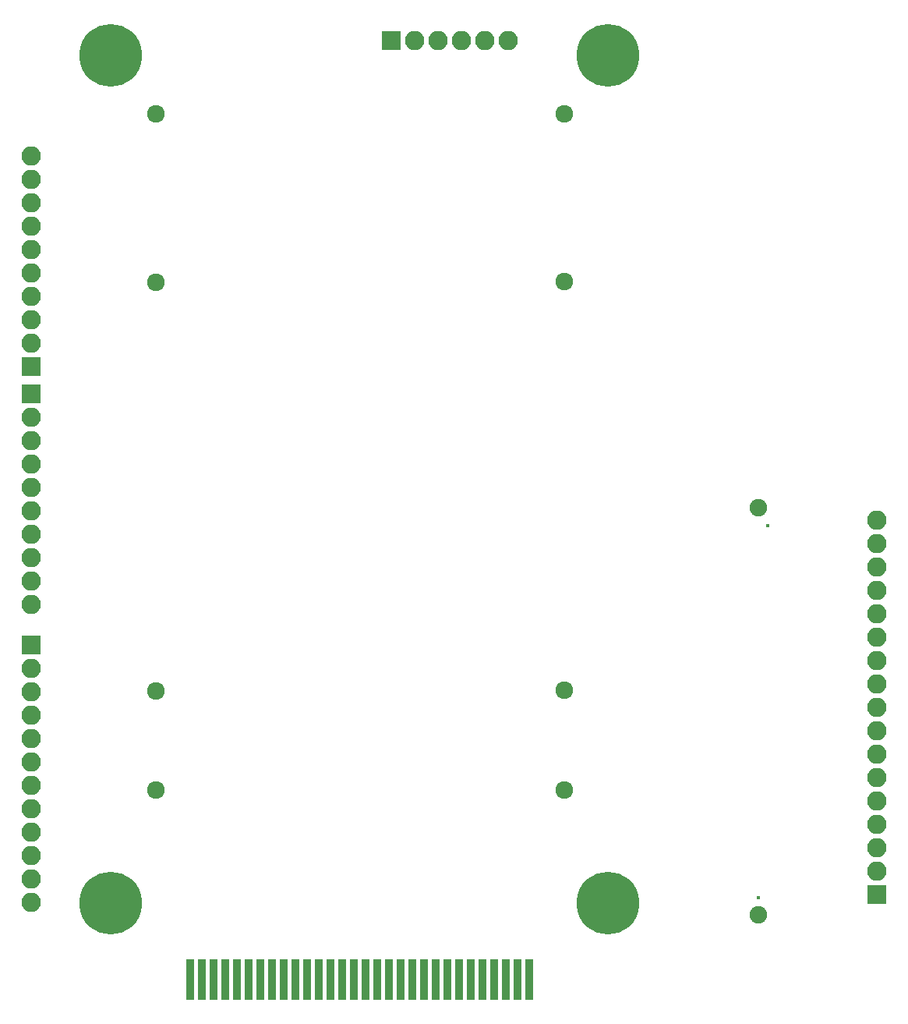
<source format=gbr>
G04 #@! TF.GenerationSoftware,KiCad,Pcbnew,5.0.0*
G04 #@! TF.CreationDate,2018-07-26T20:06:55-05:00*
G04 #@! TF.ProjectId,breakout,627265616B6F75742E6B696361645F70,rev?*
G04 #@! TF.SameCoordinates,Original*
G04 #@! TF.FileFunction,Soldermask,Bot*
G04 #@! TF.FilePolarity,Negative*
%FSLAX46Y46*%
G04 Gerber Fmt 4.6, Leading zero omitted, Abs format (unit mm)*
G04 Created by KiCad (PCBNEW 5.0.0) date Thu Jul 26 20:06:55 2018*
%MOMM*%
%LPD*%
G01*
G04 APERTURE LIST*
%ADD10C,1.924000*%
%ADD11R,0.960000X4.400000*%
%ADD12C,6.800000*%
%ADD13R,2.100000X2.100000*%
%ADD14O,2.100000X2.100000*%
%ADD15C,0.400000*%
%ADD16C,1.900000*%
G04 APERTURE END LIST*
D10*
G04 #@! TO.C,P4*
X142824200Y-136220200D03*
X142824200Y-91871800D03*
G04 #@! TD*
G04 #@! TO.C,P3*
X98475800Y-136296400D03*
X98475800Y-91948000D03*
G04 #@! TD*
G04 #@! TO.C,P2*
X98475800Y-147066000D03*
X142824200Y-147066000D03*
G04 #@! TD*
G04 #@! TO.C,P1*
X142824200Y-73660000D03*
X98475800Y-73660000D03*
G04 #@! TD*
D11*
G04 #@! TO.C,P7*
X102168800Y-167600000D03*
X103438800Y-167600000D03*
X104708800Y-167600000D03*
X105978800Y-167600000D03*
X107248800Y-167600000D03*
X108518800Y-167600000D03*
X109788800Y-167600000D03*
X111058800Y-167600000D03*
X112328800Y-167600000D03*
X113598800Y-167600000D03*
X114868800Y-167600000D03*
X116138800Y-167600000D03*
X117408800Y-167600000D03*
X118678800Y-167600000D03*
X119948800Y-167600000D03*
X121218800Y-167600000D03*
X122488800Y-167600000D03*
X123758800Y-167600000D03*
X125028800Y-167600000D03*
X126298800Y-167600000D03*
X127568800Y-167600000D03*
X128838800Y-167600000D03*
X130108800Y-167600000D03*
X131378800Y-167600000D03*
X132648800Y-167600000D03*
X133918800Y-167600000D03*
X135188800Y-167600000D03*
X136458800Y-167600000D03*
X137728800Y-167600000D03*
X138998800Y-167600000D03*
G04 #@! TD*
D12*
G04 #@! TO.C,REF\002A\002A*
X93573600Y-67310000D03*
G04 #@! TD*
G04 #@! TO.C,REF\002A\002A*
X147574000Y-67310000D03*
G04 #@! TD*
G04 #@! TO.C,REF\002A\002A*
X93573600Y-159334400D03*
G04 #@! TD*
G04 #@! TO.C,REF\002A\002A*
X147574000Y-159334400D03*
G04 #@! TD*
D13*
G04 #@! TO.C,J2*
X84937600Y-131267200D03*
D14*
X84937600Y-133807200D03*
X84937600Y-136347200D03*
X84937600Y-138887200D03*
X84937600Y-141427200D03*
X84937600Y-143967200D03*
X84937600Y-146507200D03*
X84937600Y-149047200D03*
X84937600Y-151587200D03*
X84937600Y-154127200D03*
X84937600Y-156667200D03*
X84937600Y-159207200D03*
G04 #@! TD*
D13*
G04 #@! TO.C,J3*
X124079000Y-65659000D03*
D14*
X126619000Y-65659000D03*
X129159000Y-65659000D03*
X131699000Y-65659000D03*
X134239000Y-65659000D03*
X136779000Y-65659000D03*
G04 #@! TD*
D13*
G04 #@! TO.C,J1*
X84963000Y-101092000D03*
D14*
X84963000Y-98552000D03*
X84963000Y-96012000D03*
X84963000Y-93472000D03*
X84963000Y-90932000D03*
X84963000Y-88392000D03*
X84963000Y-85852000D03*
X84963000Y-83312000D03*
X84963000Y-80772000D03*
X84963000Y-78232000D03*
G04 #@! TD*
D15*
G04 #@! TO.C,P5*
X163931600Y-158726600D03*
X164931600Y-118336600D03*
D16*
X163931600Y-160631600D03*
X163931600Y-116431600D03*
G04 #@! TD*
D13*
G04 #@! TO.C,J4*
X176784000Y-158394400D03*
D14*
X176784000Y-155854400D03*
X176784000Y-153314400D03*
X176784000Y-150774400D03*
X176784000Y-148234400D03*
X176784000Y-145694400D03*
X176784000Y-143154400D03*
X176784000Y-140614400D03*
X176784000Y-138074400D03*
X176784000Y-135534400D03*
X176784000Y-132994400D03*
X176784000Y-130454400D03*
X176784000Y-127914400D03*
X176784000Y-125374400D03*
X176784000Y-122834400D03*
X176784000Y-120294400D03*
X176784000Y-117754400D03*
G04 #@! TD*
D13*
G04 #@! TO.C,J5*
X84963000Y-104013000D03*
D14*
X84963000Y-106553000D03*
X84963000Y-109093000D03*
X84963000Y-111633000D03*
X84963000Y-114173000D03*
X84963000Y-116713000D03*
X84963000Y-119253000D03*
X84963000Y-121793000D03*
X84963000Y-124333000D03*
X84963000Y-126873000D03*
G04 #@! TD*
M02*

</source>
